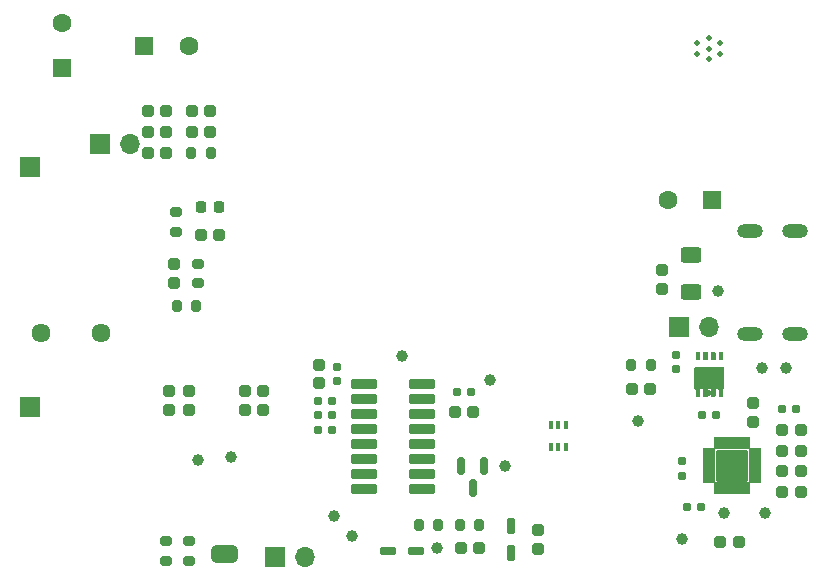
<source format=gbr>
%TF.GenerationSoftware,KiCad,Pcbnew,9.0.5*%
%TF.CreationDate,2025-10-24T12:46:41+03:00*%
%TF.ProjectId,40W SMPS,34305720-534d-4505-932e-6b696361645f,rev?*%
%TF.SameCoordinates,Original*%
%TF.FileFunction,Soldermask,Bot*%
%TF.FilePolarity,Negative*%
%FSLAX46Y46*%
G04 Gerber Fmt 4.6, Leading zero omitted, Abs format (unit mm)*
G04 Created by KiCad (PCBNEW 9.0.5) date 2025-10-24 12:46:41*
%MOMM*%
%LPD*%
G01*
G04 APERTURE LIST*
G04 Aperture macros list*
%AMRoundRect*
0 Rectangle with rounded corners*
0 $1 Rounding radius*
0 $2 $3 $4 $5 $6 $7 $8 $9 X,Y pos of 4 corners*
0 Add a 4 corners polygon primitive as box body*
4,1,4,$2,$3,$4,$5,$6,$7,$8,$9,$2,$3,0*
0 Add four circle primitives for the rounded corners*
1,1,$1+$1,$2,$3*
1,1,$1+$1,$4,$5*
1,1,$1+$1,$6,$7*
1,1,$1+$1,$8,$9*
0 Add four rect primitives between the rounded corners*
20,1,$1+$1,$2,$3,$4,$5,0*
20,1,$1+$1,$4,$5,$6,$7,0*
20,1,$1+$1,$6,$7,$8,$9,0*
20,1,$1+$1,$8,$9,$2,$3,0*%
%AMFreePoly0*
4,1,23,0.500000,-0.750000,0.000000,-0.750000,0.000000,-0.745722,-0.065263,-0.745722,-0.191342,-0.711940,-0.304381,-0.646677,-0.396677,-0.554381,-0.461940,-0.441342,-0.495722,-0.315263,-0.495722,-0.250000,-0.500000,-0.250000,-0.500000,0.250000,-0.495722,0.250000,-0.495722,0.315263,-0.461940,0.441342,-0.396677,0.554381,-0.304381,0.646677,-0.191342,0.711940,-0.065263,0.745722,0.000000,0.745722,
0.000000,0.750000,0.500000,0.750000,0.500000,-0.750000,0.500000,-0.750000,$1*%
%AMFreePoly1*
4,1,23,0.000000,0.745722,0.065263,0.745722,0.191342,0.711940,0.304381,0.646677,0.396677,0.554381,0.461940,0.441342,0.495722,0.315263,0.495722,0.250000,0.500000,0.250000,0.500000,-0.250000,0.495722,-0.250000,0.495722,-0.315263,0.461940,-0.441342,0.396677,-0.554381,0.304381,-0.646677,0.191342,-0.711940,0.065263,-0.745722,0.000000,-0.745722,0.000000,-0.750000,-0.500000,-0.750000,
-0.500000,0.750000,0.000000,0.750000,0.000000,0.745722,0.000000,0.745722,$1*%
G04 Aperture macros list end*
%ADD10C,0.010000*%
%ADD11C,1.612000*%
%ADD12R,1.700000X1.700000*%
%ADD13O,1.700000X1.700000*%
%ADD14R,1.600000X1.600000*%
%ADD15C,1.600000*%
%ADD16O,2.204000X1.204000*%
%ADD17C,0.504000*%
%ADD18RoundRect,0.244000X-0.244000X-0.269000X0.244000X-0.269000X0.244000X0.269000X-0.244000X0.269000X0*%
%ADD19FreePoly0,0.000000*%
%ADD20FreePoly1,0.000000*%
%ADD21C,1.000000*%
%ADD22RoundRect,0.244000X0.244000X0.269000X-0.244000X0.269000X-0.244000X-0.269000X0.244000X-0.269000X0*%
%ADD23RoundRect,0.244000X-0.269000X0.244000X-0.269000X-0.244000X0.269000X-0.244000X0.269000X0.244000X0*%
%ADD24RoundRect,0.200000X0.200000X0.275000X-0.200000X0.275000X-0.200000X-0.275000X0.200000X-0.275000X0*%
%ADD25RoundRect,0.160000X-0.160000X0.197500X-0.160000X-0.197500X0.160000X-0.197500X0.160000X0.197500X0*%
%ADD26RoundRect,0.200000X0.275000X-0.200000X0.275000X0.200000X-0.275000X0.200000X-0.275000X-0.200000X0*%
%ADD27RoundRect,0.200000X-0.200000X-0.275000X0.200000X-0.275000X0.200000X0.275000X-0.200000X0.275000X0*%
%ADD28RoundRect,0.250000X0.625000X-0.400000X0.625000X0.400000X-0.625000X0.400000X-0.625000X-0.400000X0*%
%ADD29RoundRect,0.102000X-0.250000X0.537500X-0.250000X-0.537500X0.250000X-0.537500X0.250000X0.537500X0*%
%ADD30RoundRect,0.059250X0.472750X0.177750X-0.472750X0.177750X-0.472750X-0.177750X0.472750X-0.177750X0*%
%ADD31RoundRect,0.059250X0.177750X0.472750X-0.177750X0.472750X-0.177750X-0.472750X0.177750X-0.472750X0*%
%ADD32RoundRect,0.102000X1.225000X1.225000X-1.225000X1.225000X-1.225000X-1.225000X1.225000X-1.225000X0*%
%ADD33RoundRect,0.160000X0.160000X-0.197500X0.160000X0.197500X-0.160000X0.197500X-0.160000X-0.197500X0*%
%ADD34RoundRect,0.160000X-0.197500X-0.160000X0.197500X-0.160000X0.197500X0.160000X-0.197500X0.160000X0*%
%ADD35RoundRect,0.100500X0.986500X0.301500X-0.986500X0.301500X-0.986500X-0.301500X0.986500X-0.301500X0*%
%ADD36RoundRect,0.244000X0.269000X-0.244000X0.269000X0.244000X-0.269000X0.244000X-0.269000X-0.244000X0*%
%ADD37RoundRect,0.102000X0.537500X0.250000X-0.537500X0.250000X-0.537500X-0.250000X0.537500X-0.250000X0*%
%ADD38RoundRect,0.218750X-0.218750X-0.256250X0.218750X-0.256250X0.218750X0.256250X-0.218750X0.256250X0*%
%ADD39RoundRect,0.160000X0.197500X0.160000X-0.197500X0.160000X-0.197500X-0.160000X0.197500X-0.160000X0*%
%ADD40RoundRect,0.200000X-0.275000X0.200000X-0.275000X-0.200000X0.275000X-0.200000X0.275000X0.200000X0*%
%ADD41RoundRect,0.100000X-0.100000X0.225000X-0.100000X-0.225000X0.100000X-0.225000X0.100000X0.225000X0*%
%ADD42RoundRect,0.150000X-0.150000X0.587500X-0.150000X-0.587500X0.150000X-0.587500X0.150000X0.587500X0*%
G04 APERTURE END LIST*
%TO.C,JP1*%
G36*
X188100000Y-89500000D02*
G01*
X188400000Y-89500000D01*
X188400000Y-88000000D01*
X188100000Y-88000000D01*
X188100000Y-89500000D01*
G37*
D10*
%TO.C,Q4*%
X228383000Y-71651000D02*
X228385000Y-71651000D01*
X228388000Y-71652000D01*
X228390000Y-71652000D01*
X228393000Y-71653000D01*
X228395000Y-71654000D01*
X228398000Y-71655000D01*
X228400000Y-71657000D01*
X228402000Y-71658000D01*
X228404000Y-71660000D01*
X228406000Y-71661000D01*
X228408000Y-71663000D01*
X228410000Y-71665000D01*
X228412000Y-71667000D01*
X228414000Y-71669000D01*
X228415000Y-71671000D01*
X228417000Y-71673000D01*
X228418000Y-71675000D01*
X228420000Y-71677000D01*
X228421000Y-71680000D01*
X228422000Y-71682000D01*
X228423000Y-71685000D01*
X228423000Y-71687000D01*
X228424000Y-71690000D01*
X228424000Y-71692000D01*
X228425000Y-71695000D01*
X228425000Y-71697000D01*
X228425000Y-71700000D01*
X228425000Y-72200000D01*
X228425000Y-72203000D01*
X228425000Y-72205000D01*
X228424000Y-72208000D01*
X228424000Y-72210000D01*
X228423000Y-72213000D01*
X228423000Y-72215000D01*
X228422000Y-72218000D01*
X228421000Y-72220000D01*
X228420000Y-72223000D01*
X228418000Y-72225000D01*
X228417000Y-72227000D01*
X228415000Y-72229000D01*
X228414000Y-72231000D01*
X228412000Y-72233000D01*
X228410000Y-72235000D01*
X228408000Y-72237000D01*
X228406000Y-72239000D01*
X228404000Y-72240000D01*
X228402000Y-72242000D01*
X228400000Y-72243000D01*
X228398000Y-72245000D01*
X228395000Y-72246000D01*
X228393000Y-72247000D01*
X228390000Y-72248000D01*
X228388000Y-72248000D01*
X228385000Y-72249000D01*
X228383000Y-72249000D01*
X228380000Y-72250000D01*
X228378000Y-72250000D01*
X228375000Y-72250000D01*
X228175000Y-72250000D01*
X228172000Y-72250000D01*
X228170000Y-72250000D01*
X228167000Y-72249000D01*
X228165000Y-72249000D01*
X228162000Y-72248000D01*
X228160000Y-72248000D01*
X228157000Y-72247000D01*
X228155000Y-72246000D01*
X228152000Y-72245000D01*
X228150000Y-72243000D01*
X228148000Y-72242000D01*
X228146000Y-72240000D01*
X228144000Y-72239000D01*
X228142000Y-72237000D01*
X228140000Y-72235000D01*
X228138000Y-72233000D01*
X228136000Y-72231000D01*
X228135000Y-72229000D01*
X228133000Y-72227000D01*
X228132000Y-72225000D01*
X228130000Y-72223000D01*
X228129000Y-72220000D01*
X228128000Y-72218000D01*
X228127000Y-72215000D01*
X228127000Y-72213000D01*
X228126000Y-72210000D01*
X228126000Y-72208000D01*
X228125000Y-72205000D01*
X228125000Y-72203000D01*
X228125000Y-72200000D01*
X228125000Y-71700000D01*
X228125000Y-71697000D01*
X228125000Y-71695000D01*
X228126000Y-71692000D01*
X228126000Y-71690000D01*
X228127000Y-71687000D01*
X228127000Y-71685000D01*
X228128000Y-71682000D01*
X228129000Y-71680000D01*
X228130000Y-71677000D01*
X228132000Y-71675000D01*
X228133000Y-71673000D01*
X228135000Y-71671000D01*
X228136000Y-71669000D01*
X228138000Y-71667000D01*
X228140000Y-71665000D01*
X228142000Y-71663000D01*
X228144000Y-71661000D01*
X228146000Y-71660000D01*
X228148000Y-71658000D01*
X228150000Y-71657000D01*
X228152000Y-71655000D01*
X228155000Y-71654000D01*
X228157000Y-71653000D01*
X228160000Y-71652000D01*
X228162000Y-71652000D01*
X228165000Y-71651000D01*
X228167000Y-71651000D01*
X228170000Y-71650000D01*
X228172000Y-71650000D01*
X228175000Y-71650000D01*
X228375000Y-71650000D01*
X228378000Y-71650000D01*
X228380000Y-71650000D01*
X228383000Y-71651000D01*
G36*
X228383000Y-71651000D02*
G01*
X228385000Y-71651000D01*
X228388000Y-71652000D01*
X228390000Y-71652000D01*
X228393000Y-71653000D01*
X228395000Y-71654000D01*
X228398000Y-71655000D01*
X228400000Y-71657000D01*
X228402000Y-71658000D01*
X228404000Y-71660000D01*
X228406000Y-71661000D01*
X228408000Y-71663000D01*
X228410000Y-71665000D01*
X228412000Y-71667000D01*
X228414000Y-71669000D01*
X228415000Y-71671000D01*
X228417000Y-71673000D01*
X228418000Y-71675000D01*
X228420000Y-71677000D01*
X228421000Y-71680000D01*
X228422000Y-71682000D01*
X228423000Y-71685000D01*
X228423000Y-71687000D01*
X228424000Y-71690000D01*
X228424000Y-71692000D01*
X228425000Y-71695000D01*
X228425000Y-71697000D01*
X228425000Y-71700000D01*
X228425000Y-72200000D01*
X228425000Y-72203000D01*
X228425000Y-72205000D01*
X228424000Y-72208000D01*
X228424000Y-72210000D01*
X228423000Y-72213000D01*
X228423000Y-72215000D01*
X228422000Y-72218000D01*
X228421000Y-72220000D01*
X228420000Y-72223000D01*
X228418000Y-72225000D01*
X228417000Y-72227000D01*
X228415000Y-72229000D01*
X228414000Y-72231000D01*
X228412000Y-72233000D01*
X228410000Y-72235000D01*
X228408000Y-72237000D01*
X228406000Y-72239000D01*
X228404000Y-72240000D01*
X228402000Y-72242000D01*
X228400000Y-72243000D01*
X228398000Y-72245000D01*
X228395000Y-72246000D01*
X228393000Y-72247000D01*
X228390000Y-72248000D01*
X228388000Y-72248000D01*
X228385000Y-72249000D01*
X228383000Y-72249000D01*
X228380000Y-72250000D01*
X228378000Y-72250000D01*
X228375000Y-72250000D01*
X228175000Y-72250000D01*
X228172000Y-72250000D01*
X228170000Y-72250000D01*
X228167000Y-72249000D01*
X228165000Y-72249000D01*
X228162000Y-72248000D01*
X228160000Y-72248000D01*
X228157000Y-72247000D01*
X228155000Y-72246000D01*
X228152000Y-72245000D01*
X228150000Y-72243000D01*
X228148000Y-72242000D01*
X228146000Y-72240000D01*
X228144000Y-72239000D01*
X228142000Y-72237000D01*
X228140000Y-72235000D01*
X228138000Y-72233000D01*
X228136000Y-72231000D01*
X228135000Y-72229000D01*
X228133000Y-72227000D01*
X228132000Y-72225000D01*
X228130000Y-72223000D01*
X228129000Y-72220000D01*
X228128000Y-72218000D01*
X228127000Y-72215000D01*
X228127000Y-72213000D01*
X228126000Y-72210000D01*
X228126000Y-72208000D01*
X228125000Y-72205000D01*
X228125000Y-72203000D01*
X228125000Y-72200000D01*
X228125000Y-71700000D01*
X228125000Y-71697000D01*
X228125000Y-71695000D01*
X228126000Y-71692000D01*
X228126000Y-71690000D01*
X228127000Y-71687000D01*
X228127000Y-71685000D01*
X228128000Y-71682000D01*
X228129000Y-71680000D01*
X228130000Y-71677000D01*
X228132000Y-71675000D01*
X228133000Y-71673000D01*
X228135000Y-71671000D01*
X228136000Y-71669000D01*
X228138000Y-71667000D01*
X228140000Y-71665000D01*
X228142000Y-71663000D01*
X228144000Y-71661000D01*
X228146000Y-71660000D01*
X228148000Y-71658000D01*
X228150000Y-71657000D01*
X228152000Y-71655000D01*
X228155000Y-71654000D01*
X228157000Y-71653000D01*
X228160000Y-71652000D01*
X228162000Y-71652000D01*
X228165000Y-71651000D01*
X228167000Y-71651000D01*
X228170000Y-71650000D01*
X228172000Y-71650000D01*
X228175000Y-71650000D01*
X228375000Y-71650000D01*
X228378000Y-71650000D01*
X228380000Y-71650000D01*
X228383000Y-71651000D01*
G37*
X229033000Y-71651000D02*
X229035000Y-71651000D01*
X229038000Y-71652000D01*
X229040000Y-71652000D01*
X229043000Y-71653000D01*
X229045000Y-71654000D01*
X229048000Y-71655000D01*
X229050000Y-71657000D01*
X229052000Y-71658000D01*
X229054000Y-71660000D01*
X229056000Y-71661000D01*
X229058000Y-71663000D01*
X229060000Y-71665000D01*
X229062000Y-71667000D01*
X229064000Y-71669000D01*
X229065000Y-71671000D01*
X229067000Y-71673000D01*
X229068000Y-71675000D01*
X229070000Y-71677000D01*
X229071000Y-71680000D01*
X229072000Y-71682000D01*
X229073000Y-71685000D01*
X229073000Y-71687000D01*
X229074000Y-71690000D01*
X229074000Y-71692000D01*
X229075000Y-71695000D01*
X229075000Y-71697000D01*
X229075000Y-71700000D01*
X229075000Y-72200000D01*
X229075000Y-72203000D01*
X229075000Y-72205000D01*
X229074000Y-72208000D01*
X229074000Y-72210000D01*
X229073000Y-72213000D01*
X229073000Y-72215000D01*
X229072000Y-72218000D01*
X229071000Y-72220000D01*
X229070000Y-72223000D01*
X229068000Y-72225000D01*
X229067000Y-72227000D01*
X229065000Y-72229000D01*
X229064000Y-72231000D01*
X229062000Y-72233000D01*
X229060000Y-72235000D01*
X229058000Y-72237000D01*
X229056000Y-72239000D01*
X229054000Y-72240000D01*
X229052000Y-72242000D01*
X229050000Y-72243000D01*
X229048000Y-72245000D01*
X229045000Y-72246000D01*
X229043000Y-72247000D01*
X229040000Y-72248000D01*
X229038000Y-72248000D01*
X229035000Y-72249000D01*
X229033000Y-72249000D01*
X229030000Y-72250000D01*
X229028000Y-72250000D01*
X229025000Y-72250000D01*
X228825000Y-72250000D01*
X228822000Y-72250000D01*
X228820000Y-72250000D01*
X228817000Y-72249000D01*
X228815000Y-72249000D01*
X228812000Y-72248000D01*
X228810000Y-72248000D01*
X228807000Y-72247000D01*
X228805000Y-72246000D01*
X228802000Y-72245000D01*
X228800000Y-72243000D01*
X228798000Y-72242000D01*
X228796000Y-72240000D01*
X228794000Y-72239000D01*
X228792000Y-72237000D01*
X228790000Y-72235000D01*
X228788000Y-72233000D01*
X228786000Y-72231000D01*
X228785000Y-72229000D01*
X228783000Y-72227000D01*
X228782000Y-72225000D01*
X228780000Y-72223000D01*
X228779000Y-72220000D01*
X228778000Y-72218000D01*
X228777000Y-72215000D01*
X228777000Y-72213000D01*
X228776000Y-72210000D01*
X228776000Y-72208000D01*
X228775000Y-72205000D01*
X228775000Y-72203000D01*
X228775000Y-72200000D01*
X228775000Y-71700000D01*
X228775000Y-71697000D01*
X228775000Y-71695000D01*
X228776000Y-71692000D01*
X228776000Y-71690000D01*
X228777000Y-71687000D01*
X228777000Y-71685000D01*
X228778000Y-71682000D01*
X228779000Y-71680000D01*
X228780000Y-71677000D01*
X228782000Y-71675000D01*
X228783000Y-71673000D01*
X228785000Y-71671000D01*
X228786000Y-71669000D01*
X228788000Y-71667000D01*
X228790000Y-71665000D01*
X228792000Y-71663000D01*
X228794000Y-71661000D01*
X228796000Y-71660000D01*
X228798000Y-71658000D01*
X228800000Y-71657000D01*
X228802000Y-71655000D01*
X228805000Y-71654000D01*
X228807000Y-71653000D01*
X228810000Y-71652000D01*
X228812000Y-71652000D01*
X228815000Y-71651000D01*
X228817000Y-71651000D01*
X228820000Y-71650000D01*
X228822000Y-71650000D01*
X228825000Y-71650000D01*
X229025000Y-71650000D01*
X229028000Y-71650000D01*
X229030000Y-71650000D01*
X229033000Y-71651000D01*
G36*
X229033000Y-71651000D02*
G01*
X229035000Y-71651000D01*
X229038000Y-71652000D01*
X229040000Y-71652000D01*
X229043000Y-71653000D01*
X229045000Y-71654000D01*
X229048000Y-71655000D01*
X229050000Y-71657000D01*
X229052000Y-71658000D01*
X229054000Y-71660000D01*
X229056000Y-71661000D01*
X229058000Y-71663000D01*
X229060000Y-71665000D01*
X229062000Y-71667000D01*
X229064000Y-71669000D01*
X229065000Y-71671000D01*
X229067000Y-71673000D01*
X229068000Y-71675000D01*
X229070000Y-71677000D01*
X229071000Y-71680000D01*
X229072000Y-71682000D01*
X229073000Y-71685000D01*
X229073000Y-71687000D01*
X229074000Y-71690000D01*
X229074000Y-71692000D01*
X229075000Y-71695000D01*
X229075000Y-71697000D01*
X229075000Y-71700000D01*
X229075000Y-72200000D01*
X229075000Y-72203000D01*
X229075000Y-72205000D01*
X229074000Y-72208000D01*
X229074000Y-72210000D01*
X229073000Y-72213000D01*
X229073000Y-72215000D01*
X229072000Y-72218000D01*
X229071000Y-72220000D01*
X229070000Y-72223000D01*
X229068000Y-72225000D01*
X229067000Y-72227000D01*
X229065000Y-72229000D01*
X229064000Y-72231000D01*
X229062000Y-72233000D01*
X229060000Y-72235000D01*
X229058000Y-72237000D01*
X229056000Y-72239000D01*
X229054000Y-72240000D01*
X229052000Y-72242000D01*
X229050000Y-72243000D01*
X229048000Y-72245000D01*
X229045000Y-72246000D01*
X229043000Y-72247000D01*
X229040000Y-72248000D01*
X229038000Y-72248000D01*
X229035000Y-72249000D01*
X229033000Y-72249000D01*
X229030000Y-72250000D01*
X229028000Y-72250000D01*
X229025000Y-72250000D01*
X228825000Y-72250000D01*
X228822000Y-72250000D01*
X228820000Y-72250000D01*
X228817000Y-72249000D01*
X228815000Y-72249000D01*
X228812000Y-72248000D01*
X228810000Y-72248000D01*
X228807000Y-72247000D01*
X228805000Y-72246000D01*
X228802000Y-72245000D01*
X228800000Y-72243000D01*
X228798000Y-72242000D01*
X228796000Y-72240000D01*
X228794000Y-72239000D01*
X228792000Y-72237000D01*
X228790000Y-72235000D01*
X228788000Y-72233000D01*
X228786000Y-72231000D01*
X228785000Y-72229000D01*
X228783000Y-72227000D01*
X228782000Y-72225000D01*
X228780000Y-72223000D01*
X228779000Y-72220000D01*
X228778000Y-72218000D01*
X228777000Y-72215000D01*
X228777000Y-72213000D01*
X228776000Y-72210000D01*
X228776000Y-72208000D01*
X228775000Y-72205000D01*
X228775000Y-72203000D01*
X228775000Y-72200000D01*
X228775000Y-71700000D01*
X228775000Y-71697000D01*
X228775000Y-71695000D01*
X228776000Y-71692000D01*
X228776000Y-71690000D01*
X228777000Y-71687000D01*
X228777000Y-71685000D01*
X228778000Y-71682000D01*
X228779000Y-71680000D01*
X228780000Y-71677000D01*
X228782000Y-71675000D01*
X228783000Y-71673000D01*
X228785000Y-71671000D01*
X228786000Y-71669000D01*
X228788000Y-71667000D01*
X228790000Y-71665000D01*
X228792000Y-71663000D01*
X228794000Y-71661000D01*
X228796000Y-71660000D01*
X228798000Y-71658000D01*
X228800000Y-71657000D01*
X228802000Y-71655000D01*
X228805000Y-71654000D01*
X228807000Y-71653000D01*
X228810000Y-71652000D01*
X228812000Y-71652000D01*
X228815000Y-71651000D01*
X228817000Y-71651000D01*
X228820000Y-71650000D01*
X228822000Y-71650000D01*
X228825000Y-71650000D01*
X229025000Y-71650000D01*
X229028000Y-71650000D01*
X229030000Y-71650000D01*
X229033000Y-71651000D01*
G37*
X229683000Y-71651000D02*
X229685000Y-71651000D01*
X229688000Y-71652000D01*
X229690000Y-71652000D01*
X229693000Y-71653000D01*
X229695000Y-71654000D01*
X229698000Y-71655000D01*
X229700000Y-71657000D01*
X229702000Y-71658000D01*
X229704000Y-71660000D01*
X229706000Y-71661000D01*
X229708000Y-71663000D01*
X229710000Y-71665000D01*
X229712000Y-71667000D01*
X229714000Y-71669000D01*
X229715000Y-71671000D01*
X229717000Y-71673000D01*
X229718000Y-71675000D01*
X229720000Y-71677000D01*
X229721000Y-71680000D01*
X229722000Y-71682000D01*
X229723000Y-71685000D01*
X229723000Y-71687000D01*
X229724000Y-71690000D01*
X229724000Y-71692000D01*
X229725000Y-71695000D01*
X229725000Y-71697000D01*
X229725000Y-71700000D01*
X229725000Y-72200000D01*
X229725000Y-72203000D01*
X229725000Y-72205000D01*
X229724000Y-72208000D01*
X229724000Y-72210000D01*
X229723000Y-72213000D01*
X229723000Y-72215000D01*
X229722000Y-72218000D01*
X229721000Y-72220000D01*
X229720000Y-72223000D01*
X229718000Y-72225000D01*
X229717000Y-72227000D01*
X229715000Y-72229000D01*
X229714000Y-72231000D01*
X229712000Y-72233000D01*
X229710000Y-72235000D01*
X229708000Y-72237000D01*
X229706000Y-72239000D01*
X229704000Y-72240000D01*
X229702000Y-72242000D01*
X229700000Y-72243000D01*
X229698000Y-72245000D01*
X229695000Y-72246000D01*
X229693000Y-72247000D01*
X229690000Y-72248000D01*
X229688000Y-72248000D01*
X229685000Y-72249000D01*
X229683000Y-72249000D01*
X229680000Y-72250000D01*
X229678000Y-72250000D01*
X229675000Y-72250000D01*
X229475000Y-72250000D01*
X229472000Y-72250000D01*
X229470000Y-72250000D01*
X229467000Y-72249000D01*
X229465000Y-72249000D01*
X229462000Y-72248000D01*
X229460000Y-72248000D01*
X229457000Y-72247000D01*
X229455000Y-72246000D01*
X229452000Y-72245000D01*
X229450000Y-72243000D01*
X229448000Y-72242000D01*
X229446000Y-72240000D01*
X229444000Y-72239000D01*
X229442000Y-72237000D01*
X229440000Y-72235000D01*
X229438000Y-72233000D01*
X229436000Y-72231000D01*
X229435000Y-72229000D01*
X229433000Y-72227000D01*
X229432000Y-72225000D01*
X229430000Y-72223000D01*
X229429000Y-72220000D01*
X229428000Y-72218000D01*
X229427000Y-72215000D01*
X229427000Y-72213000D01*
X229426000Y-72210000D01*
X229426000Y-72208000D01*
X229425000Y-72205000D01*
X229425000Y-72203000D01*
X229425000Y-72200000D01*
X229425000Y-71700000D01*
X229425000Y-71697000D01*
X229425000Y-71695000D01*
X229426000Y-71692000D01*
X229426000Y-71690000D01*
X229427000Y-71687000D01*
X229427000Y-71685000D01*
X229428000Y-71682000D01*
X229429000Y-71680000D01*
X229430000Y-71677000D01*
X229432000Y-71675000D01*
X229433000Y-71673000D01*
X229435000Y-71671000D01*
X229436000Y-71669000D01*
X229438000Y-71667000D01*
X229440000Y-71665000D01*
X229442000Y-71663000D01*
X229444000Y-71661000D01*
X229446000Y-71660000D01*
X229448000Y-71658000D01*
X229450000Y-71657000D01*
X229452000Y-71655000D01*
X229455000Y-71654000D01*
X229457000Y-71653000D01*
X229460000Y-71652000D01*
X229462000Y-71652000D01*
X229465000Y-71651000D01*
X229467000Y-71651000D01*
X229470000Y-71650000D01*
X229472000Y-71650000D01*
X229475000Y-71650000D01*
X229675000Y-71650000D01*
X229678000Y-71650000D01*
X229680000Y-71650000D01*
X229683000Y-71651000D01*
G36*
X229683000Y-71651000D02*
G01*
X229685000Y-71651000D01*
X229688000Y-71652000D01*
X229690000Y-71652000D01*
X229693000Y-71653000D01*
X229695000Y-71654000D01*
X229698000Y-71655000D01*
X229700000Y-71657000D01*
X229702000Y-71658000D01*
X229704000Y-71660000D01*
X229706000Y-71661000D01*
X229708000Y-71663000D01*
X229710000Y-71665000D01*
X229712000Y-71667000D01*
X229714000Y-71669000D01*
X229715000Y-71671000D01*
X229717000Y-71673000D01*
X229718000Y-71675000D01*
X229720000Y-71677000D01*
X229721000Y-71680000D01*
X229722000Y-71682000D01*
X229723000Y-71685000D01*
X229723000Y-71687000D01*
X229724000Y-71690000D01*
X229724000Y-71692000D01*
X229725000Y-71695000D01*
X229725000Y-71697000D01*
X229725000Y-71700000D01*
X229725000Y-72200000D01*
X229725000Y-72203000D01*
X229725000Y-72205000D01*
X229724000Y-72208000D01*
X229724000Y-72210000D01*
X229723000Y-72213000D01*
X229723000Y-72215000D01*
X229722000Y-72218000D01*
X229721000Y-72220000D01*
X229720000Y-72223000D01*
X229718000Y-72225000D01*
X229717000Y-72227000D01*
X229715000Y-72229000D01*
X229714000Y-72231000D01*
X229712000Y-72233000D01*
X229710000Y-72235000D01*
X229708000Y-72237000D01*
X229706000Y-72239000D01*
X229704000Y-72240000D01*
X229702000Y-72242000D01*
X229700000Y-72243000D01*
X229698000Y-72245000D01*
X229695000Y-72246000D01*
X229693000Y-72247000D01*
X229690000Y-72248000D01*
X229688000Y-72248000D01*
X229685000Y-72249000D01*
X229683000Y-72249000D01*
X229680000Y-72250000D01*
X229678000Y-72250000D01*
X229675000Y-72250000D01*
X229475000Y-72250000D01*
X229472000Y-72250000D01*
X229470000Y-72250000D01*
X229467000Y-72249000D01*
X229465000Y-72249000D01*
X229462000Y-72248000D01*
X229460000Y-72248000D01*
X229457000Y-72247000D01*
X229455000Y-72246000D01*
X229452000Y-72245000D01*
X229450000Y-72243000D01*
X229448000Y-72242000D01*
X229446000Y-72240000D01*
X229444000Y-72239000D01*
X229442000Y-72237000D01*
X229440000Y-72235000D01*
X229438000Y-72233000D01*
X229436000Y-72231000D01*
X229435000Y-72229000D01*
X229433000Y-72227000D01*
X229432000Y-72225000D01*
X229430000Y-72223000D01*
X229429000Y-72220000D01*
X229428000Y-72218000D01*
X229427000Y-72215000D01*
X229427000Y-72213000D01*
X229426000Y-72210000D01*
X229426000Y-72208000D01*
X229425000Y-72205000D01*
X229425000Y-72203000D01*
X229425000Y-72200000D01*
X229425000Y-71700000D01*
X229425000Y-71697000D01*
X229425000Y-71695000D01*
X229426000Y-71692000D01*
X229426000Y-71690000D01*
X229427000Y-71687000D01*
X229427000Y-71685000D01*
X229428000Y-71682000D01*
X229429000Y-71680000D01*
X229430000Y-71677000D01*
X229432000Y-71675000D01*
X229433000Y-71673000D01*
X229435000Y-71671000D01*
X229436000Y-71669000D01*
X229438000Y-71667000D01*
X229440000Y-71665000D01*
X229442000Y-71663000D01*
X229444000Y-71661000D01*
X229446000Y-71660000D01*
X229448000Y-71658000D01*
X229450000Y-71657000D01*
X229452000Y-71655000D01*
X229455000Y-71654000D01*
X229457000Y-71653000D01*
X229460000Y-71652000D01*
X229462000Y-71652000D01*
X229465000Y-71651000D01*
X229467000Y-71651000D01*
X229470000Y-71650000D01*
X229472000Y-71650000D01*
X229475000Y-71650000D01*
X229675000Y-71650000D01*
X229678000Y-71650000D01*
X229680000Y-71650000D01*
X229683000Y-71651000D01*
G37*
X230333000Y-71651000D02*
X230335000Y-71651000D01*
X230338000Y-71652000D01*
X230340000Y-71652000D01*
X230343000Y-71653000D01*
X230345000Y-71654000D01*
X230348000Y-71655000D01*
X230350000Y-71657000D01*
X230352000Y-71658000D01*
X230354000Y-71660000D01*
X230356000Y-71661000D01*
X230358000Y-71663000D01*
X230360000Y-71665000D01*
X230362000Y-71667000D01*
X230364000Y-71669000D01*
X230365000Y-71671000D01*
X230367000Y-71673000D01*
X230368000Y-71675000D01*
X230370000Y-71677000D01*
X230371000Y-71680000D01*
X230372000Y-71682000D01*
X230373000Y-71685000D01*
X230373000Y-71687000D01*
X230374000Y-71690000D01*
X230374000Y-71692000D01*
X230375000Y-71695000D01*
X230375000Y-71697000D01*
X230375000Y-71700000D01*
X230375000Y-72200000D01*
X230375000Y-72203000D01*
X230375000Y-72205000D01*
X230374000Y-72208000D01*
X230374000Y-72210000D01*
X230373000Y-72213000D01*
X230373000Y-72215000D01*
X230372000Y-72218000D01*
X230371000Y-72220000D01*
X230370000Y-72223000D01*
X230368000Y-72225000D01*
X230367000Y-72227000D01*
X230365000Y-72229000D01*
X230364000Y-72231000D01*
X230362000Y-72233000D01*
X230360000Y-72235000D01*
X230358000Y-72237000D01*
X230356000Y-72239000D01*
X230354000Y-72240000D01*
X230352000Y-72242000D01*
X230350000Y-72243000D01*
X230348000Y-72245000D01*
X230345000Y-72246000D01*
X230343000Y-72247000D01*
X230340000Y-72248000D01*
X230338000Y-72248000D01*
X230335000Y-72249000D01*
X230333000Y-72249000D01*
X230330000Y-72250000D01*
X230328000Y-72250000D01*
X230325000Y-72250000D01*
X230125000Y-72250000D01*
X230122000Y-72250000D01*
X230120000Y-72250000D01*
X230117000Y-72249000D01*
X230115000Y-72249000D01*
X230112000Y-72248000D01*
X230110000Y-72248000D01*
X230107000Y-72247000D01*
X230105000Y-72246000D01*
X230102000Y-72245000D01*
X230100000Y-72243000D01*
X230098000Y-72242000D01*
X230096000Y-72240000D01*
X230094000Y-72239000D01*
X230092000Y-72237000D01*
X230090000Y-72235000D01*
X230088000Y-72233000D01*
X230086000Y-72231000D01*
X230085000Y-72229000D01*
X230083000Y-72227000D01*
X230082000Y-72225000D01*
X230080000Y-72223000D01*
X230079000Y-72220000D01*
X230078000Y-72218000D01*
X230077000Y-72215000D01*
X230077000Y-72213000D01*
X230076000Y-72210000D01*
X230076000Y-72208000D01*
X230075000Y-72205000D01*
X230075000Y-72203000D01*
X230075000Y-72200000D01*
X230075000Y-71700000D01*
X230075000Y-71697000D01*
X230075000Y-71695000D01*
X230076000Y-71692000D01*
X230076000Y-71690000D01*
X230077000Y-71687000D01*
X230077000Y-71685000D01*
X230078000Y-71682000D01*
X230079000Y-71680000D01*
X230080000Y-71677000D01*
X230082000Y-71675000D01*
X230083000Y-71673000D01*
X230085000Y-71671000D01*
X230086000Y-71669000D01*
X230088000Y-71667000D01*
X230090000Y-71665000D01*
X230092000Y-71663000D01*
X230094000Y-71661000D01*
X230096000Y-71660000D01*
X230098000Y-71658000D01*
X230100000Y-71657000D01*
X230102000Y-71655000D01*
X230105000Y-71654000D01*
X230107000Y-71653000D01*
X230110000Y-71652000D01*
X230112000Y-71652000D01*
X230115000Y-71651000D01*
X230117000Y-71651000D01*
X230120000Y-71650000D01*
X230122000Y-71650000D01*
X230125000Y-71650000D01*
X230325000Y-71650000D01*
X230328000Y-71650000D01*
X230330000Y-71650000D01*
X230333000Y-71651000D01*
G36*
X230333000Y-71651000D02*
G01*
X230335000Y-71651000D01*
X230338000Y-71652000D01*
X230340000Y-71652000D01*
X230343000Y-71653000D01*
X230345000Y-71654000D01*
X230348000Y-71655000D01*
X230350000Y-71657000D01*
X230352000Y-71658000D01*
X230354000Y-71660000D01*
X230356000Y-71661000D01*
X230358000Y-71663000D01*
X230360000Y-71665000D01*
X230362000Y-71667000D01*
X230364000Y-71669000D01*
X230365000Y-71671000D01*
X230367000Y-71673000D01*
X230368000Y-71675000D01*
X230370000Y-71677000D01*
X230371000Y-71680000D01*
X230372000Y-71682000D01*
X230373000Y-71685000D01*
X230373000Y-71687000D01*
X230374000Y-71690000D01*
X230374000Y-71692000D01*
X230375000Y-71695000D01*
X230375000Y-71697000D01*
X230375000Y-71700000D01*
X230375000Y-72200000D01*
X230375000Y-72203000D01*
X230375000Y-72205000D01*
X230374000Y-72208000D01*
X230374000Y-72210000D01*
X230373000Y-72213000D01*
X230373000Y-72215000D01*
X230372000Y-72218000D01*
X230371000Y-72220000D01*
X230370000Y-72223000D01*
X230368000Y-72225000D01*
X230367000Y-72227000D01*
X230365000Y-72229000D01*
X230364000Y-72231000D01*
X230362000Y-72233000D01*
X230360000Y-72235000D01*
X230358000Y-72237000D01*
X230356000Y-72239000D01*
X230354000Y-72240000D01*
X230352000Y-72242000D01*
X230350000Y-72243000D01*
X230348000Y-72245000D01*
X230345000Y-72246000D01*
X230343000Y-72247000D01*
X230340000Y-72248000D01*
X230338000Y-72248000D01*
X230335000Y-72249000D01*
X230333000Y-72249000D01*
X230330000Y-72250000D01*
X230328000Y-72250000D01*
X230325000Y-72250000D01*
X230125000Y-72250000D01*
X230122000Y-72250000D01*
X230120000Y-72250000D01*
X230117000Y-72249000D01*
X230115000Y-72249000D01*
X230112000Y-72248000D01*
X230110000Y-72248000D01*
X230107000Y-72247000D01*
X230105000Y-72246000D01*
X230102000Y-72245000D01*
X230100000Y-72243000D01*
X230098000Y-72242000D01*
X230096000Y-72240000D01*
X230094000Y-72239000D01*
X230092000Y-72237000D01*
X230090000Y-72235000D01*
X230088000Y-72233000D01*
X230086000Y-72231000D01*
X230085000Y-72229000D01*
X230083000Y-72227000D01*
X230082000Y-72225000D01*
X230080000Y-72223000D01*
X230079000Y-72220000D01*
X230078000Y-72218000D01*
X230077000Y-72215000D01*
X230077000Y-72213000D01*
X230076000Y-72210000D01*
X230076000Y-72208000D01*
X230075000Y-72205000D01*
X230075000Y-72203000D01*
X230075000Y-72200000D01*
X230075000Y-71700000D01*
X230075000Y-71697000D01*
X230075000Y-71695000D01*
X230076000Y-71692000D01*
X230076000Y-71690000D01*
X230077000Y-71687000D01*
X230077000Y-71685000D01*
X230078000Y-71682000D01*
X230079000Y-71680000D01*
X230080000Y-71677000D01*
X230082000Y-71675000D01*
X230083000Y-71673000D01*
X230085000Y-71671000D01*
X230086000Y-71669000D01*
X230088000Y-71667000D01*
X230090000Y-71665000D01*
X230092000Y-71663000D01*
X230094000Y-71661000D01*
X230096000Y-71660000D01*
X230098000Y-71658000D01*
X230100000Y-71657000D01*
X230102000Y-71655000D01*
X230105000Y-71654000D01*
X230107000Y-71653000D01*
X230110000Y-71652000D01*
X230112000Y-71652000D01*
X230115000Y-71651000D01*
X230117000Y-71651000D01*
X230120000Y-71650000D01*
X230122000Y-71650000D01*
X230125000Y-71650000D01*
X230325000Y-71650000D01*
X230328000Y-71650000D01*
X230330000Y-71650000D01*
X230333000Y-71651000D01*
G37*
X230433000Y-72941000D02*
X230435000Y-72941000D01*
X230438000Y-72942000D01*
X230440000Y-72942000D01*
X230443000Y-72943000D01*
X230445000Y-72944000D01*
X230448000Y-72945000D01*
X230450000Y-72947000D01*
X230452000Y-72948000D01*
X230454000Y-72950000D01*
X230456000Y-72951000D01*
X230458000Y-72953000D01*
X230460000Y-72955000D01*
X230462000Y-72957000D01*
X230464000Y-72959000D01*
X230465000Y-72961000D01*
X230467000Y-72963000D01*
X230468000Y-72965000D01*
X230470000Y-72967000D01*
X230471000Y-72970000D01*
X230472000Y-72972000D01*
X230473000Y-72975000D01*
X230473000Y-72977000D01*
X230474000Y-72980000D01*
X230474000Y-72982000D01*
X230475000Y-72985000D01*
X230475000Y-72987000D01*
X230475000Y-72990000D01*
X230475000Y-74665000D01*
X230475000Y-74668000D01*
X230475000Y-74670000D01*
X230474000Y-74673000D01*
X230474000Y-74675000D01*
X230473000Y-74678000D01*
X230473000Y-74680000D01*
X230472000Y-74683000D01*
X230471000Y-74685000D01*
X230470000Y-74688000D01*
X230468000Y-74690000D01*
X230467000Y-74692000D01*
X230465000Y-74694000D01*
X230464000Y-74696000D01*
X230462000Y-74698000D01*
X230460000Y-74700000D01*
X230458000Y-74702000D01*
X230456000Y-74704000D01*
X230454000Y-74705000D01*
X230452000Y-74707000D01*
X230450000Y-74708000D01*
X230448000Y-74710000D01*
X230445000Y-74711000D01*
X230443000Y-74712000D01*
X230440000Y-74713000D01*
X230438000Y-74713000D01*
X230435000Y-74714000D01*
X230433000Y-74714000D01*
X230430000Y-74715000D01*
X230428000Y-74715000D01*
X230425000Y-74715000D01*
X230375000Y-74715000D01*
X230375000Y-75300000D01*
X230375000Y-75303000D01*
X230375000Y-75305000D01*
X230374000Y-75308000D01*
X230374000Y-75310000D01*
X230373000Y-75313000D01*
X230373000Y-75315000D01*
X230372000Y-75318000D01*
X230371000Y-75320000D01*
X230370000Y-75323000D01*
X230368000Y-75325000D01*
X230367000Y-75327000D01*
X230365000Y-75329000D01*
X230364000Y-75331000D01*
X230362000Y-75333000D01*
X230360000Y-75335000D01*
X230358000Y-75337000D01*
X230356000Y-75339000D01*
X230354000Y-75340000D01*
X230352000Y-75342000D01*
X230350000Y-75343000D01*
X230348000Y-75345000D01*
X230345000Y-75346000D01*
X230343000Y-75347000D01*
X230340000Y-75348000D01*
X230338000Y-75348000D01*
X230335000Y-75349000D01*
X230333000Y-75349000D01*
X230330000Y-75350000D01*
X230328000Y-75350000D01*
X230325000Y-75350000D01*
X230125000Y-75350000D01*
X230122000Y-75350000D01*
X230120000Y-75350000D01*
X230117000Y-75349000D01*
X230115000Y-75349000D01*
X230112000Y-75348000D01*
X230110000Y-75348000D01*
X230107000Y-75347000D01*
X230105000Y-75346000D01*
X230102000Y-75345000D01*
X230100000Y-75343000D01*
X230098000Y-75342000D01*
X230096000Y-75340000D01*
X230094000Y-75339000D01*
X230092000Y-75337000D01*
X230090000Y-75335000D01*
X230088000Y-75333000D01*
X230086000Y-75331000D01*
X230085000Y-75329000D01*
X230083000Y-75327000D01*
X230082000Y-75325000D01*
X230080000Y-75323000D01*
X230079000Y-75320000D01*
X230078000Y-75318000D01*
X230077000Y-75315000D01*
X230077000Y-75313000D01*
X230076000Y-75310000D01*
X230076000Y-75308000D01*
X230075000Y-75305000D01*
X230075000Y-75303000D01*
X230075000Y-75300000D01*
X230075000Y-74715000D01*
X229725000Y-74715000D01*
X229725000Y-75300000D01*
X229725000Y-75303000D01*
X229725000Y-75305000D01*
X229724000Y-75308000D01*
X229724000Y-75310000D01*
X229723000Y-75313000D01*
X229723000Y-75315000D01*
X229722000Y-75318000D01*
X229721000Y-75320000D01*
X229720000Y-75323000D01*
X229718000Y-75325000D01*
X229717000Y-75327000D01*
X229715000Y-75329000D01*
X229714000Y-75331000D01*
X229712000Y-75333000D01*
X229710000Y-75335000D01*
X229708000Y-75337000D01*
X229706000Y-75339000D01*
X229704000Y-75340000D01*
X229702000Y-75342000D01*
X229700000Y-75343000D01*
X229698000Y-75345000D01*
X229695000Y-75346000D01*
X229693000Y-75347000D01*
X229690000Y-75348000D01*
X229688000Y-75348000D01*
X229685000Y-75349000D01*
X229683000Y-75349000D01*
X229680000Y-75350000D01*
X229678000Y-75350000D01*
X229675000Y-75350000D01*
X229475000Y-75350000D01*
X229472000Y-75350000D01*
X229470000Y-75350000D01*
X229467000Y-75349000D01*
X229465000Y-75349000D01*
X229462000Y-75348000D01*
X229460000Y-75348000D01*
X229457000Y-75347000D01*
X229455000Y-75346000D01*
X229452000Y-75345000D01*
X229450000Y-75343000D01*
X229448000Y-75342000D01*
X229446000Y-75340000D01*
X229444000Y-75339000D01*
X229442000Y-75337000D01*
X229440000Y-75335000D01*
X229438000Y-75333000D01*
X229436000Y-75331000D01*
X229435000Y-75329000D01*
X229433000Y-75327000D01*
X229432000Y-75325000D01*
X229430000Y-75323000D01*
X229429000Y-75320000D01*
X229428000Y-75318000D01*
X229427000Y-75315000D01*
X229427000Y-75313000D01*
X229426000Y-75310000D01*
X229426000Y-75308000D01*
X229425000Y-75305000D01*
X229425000Y-75303000D01*
X229425000Y-75300000D01*
X229425000Y-74715000D01*
X229075000Y-74715000D01*
X229075000Y-75300000D01*
X229075000Y-75303000D01*
X229075000Y-75305000D01*
X229074000Y-75308000D01*
X229074000Y-75310000D01*
X229073000Y-75313000D01*
X229073000Y-75315000D01*
X229072000Y-75318000D01*
X229071000Y-75320000D01*
X229070000Y-75323000D01*
X229068000Y-75325000D01*
X229067000Y-75327000D01*
X229065000Y-75329000D01*
X229064000Y-75331000D01*
X229062000Y-75333000D01*
X229060000Y-75335000D01*
X229058000Y-75337000D01*
X229056000Y-75339000D01*
X229054000Y-75340000D01*
X229052000Y-75342000D01*
X229050000Y-75343000D01*
X229048000Y-75345000D01*
X229045000Y-75346000D01*
X229043000Y-75347000D01*
X229040000Y-75348000D01*
X229038000Y-75348000D01*
X229035000Y-75349000D01*
X229033000Y-75349000D01*
X229030000Y-75350000D01*
X229028000Y-75350000D01*
X229025000Y-75350000D01*
X228825000Y-75350000D01*
X228822000Y-75350000D01*
X228820000Y-75350000D01*
X228817000Y-75349000D01*
X228815000Y-75349000D01*
X228812000Y-75348000D01*
X228810000Y-75348000D01*
X228807000Y-75347000D01*
X228805000Y-75346000D01*
X228802000Y-75345000D01*
X228800000Y-75343000D01*
X228798000Y-75342000D01*
X228796000Y-75340000D01*
X228794000Y-75339000D01*
X228792000Y-75337000D01*
X228790000Y-75335000D01*
X228788000Y-75333000D01*
X228786000Y-75331000D01*
X228785000Y-75329000D01*
X228783000Y-75327000D01*
X228782000Y-75325000D01*
X228780000Y-75323000D01*
X228779000Y-75320000D01*
X228778000Y-75318000D01*
X228777000Y-75315000D01*
X228777000Y-75313000D01*
X228776000Y-75310000D01*
X228776000Y-75308000D01*
X228775000Y-75305000D01*
X228775000Y-75303000D01*
X228775000Y-75300000D01*
X228775000Y-74715000D01*
X228425000Y-74715000D01*
X228425000Y-75300000D01*
X228425000Y-75303000D01*
X228425000Y-75305000D01*
X228424000Y-75308000D01*
X228424000Y-75310000D01*
X228423000Y-75313000D01*
X228423000Y-75315000D01*
X228422000Y-75318000D01*
X228421000Y-75320000D01*
X228420000Y-75323000D01*
X228418000Y-75325000D01*
X228417000Y-75327000D01*
X228415000Y-75329000D01*
X228414000Y-75331000D01*
X228412000Y-75333000D01*
X228410000Y-75335000D01*
X228408000Y-75337000D01*
X228406000Y-75339000D01*
X228404000Y-75340000D01*
X228402000Y-75342000D01*
X228400000Y-75343000D01*
X228398000Y-75345000D01*
X228395000Y-75346000D01*
X228393000Y-75347000D01*
X228390000Y-75348000D01*
X228388000Y-75348000D01*
X228385000Y-75349000D01*
X228383000Y-75349000D01*
X228380000Y-75350000D01*
X228378000Y-75350000D01*
X228375000Y-75350000D01*
X228175000Y-75350000D01*
X228172000Y-75350000D01*
X228170000Y-75350000D01*
X228167000Y-75349000D01*
X228165000Y-75349000D01*
X228162000Y-75348000D01*
X228160000Y-75348000D01*
X228157000Y-75347000D01*
X228155000Y-75346000D01*
X228152000Y-75345000D01*
X228150000Y-75343000D01*
X228148000Y-75342000D01*
X228146000Y-75340000D01*
X228144000Y-75339000D01*
X228142000Y-75337000D01*
X228140000Y-75335000D01*
X228138000Y-75333000D01*
X228136000Y-75331000D01*
X228135000Y-75329000D01*
X228133000Y-75327000D01*
X228132000Y-75325000D01*
X228130000Y-75323000D01*
X228129000Y-75320000D01*
X228128000Y-75318000D01*
X228127000Y-75315000D01*
X228127000Y-75313000D01*
X228126000Y-75310000D01*
X228126000Y-75308000D01*
X228125000Y-75305000D01*
X228125000Y-75303000D01*
X228125000Y-75300000D01*
X228125000Y-74715000D01*
X228075000Y-74715000D01*
X228072000Y-74715000D01*
X228070000Y-74715000D01*
X228067000Y-74714000D01*
X228065000Y-74714000D01*
X228062000Y-74713000D01*
X228060000Y-74713000D01*
X228057000Y-74712000D01*
X228055000Y-74711000D01*
X228052000Y-74710000D01*
X228050000Y-74708000D01*
X228048000Y-74707000D01*
X228046000Y-74705000D01*
X228044000Y-74704000D01*
X228042000Y-74702000D01*
X228040000Y-74700000D01*
X228038000Y-74698000D01*
X228036000Y-74696000D01*
X228035000Y-74694000D01*
X228033000Y-74692000D01*
X228032000Y-74690000D01*
X228030000Y-74688000D01*
X228029000Y-74685000D01*
X228028000Y-74683000D01*
X228027000Y-74680000D01*
X228027000Y-74678000D01*
X228026000Y-74675000D01*
X228026000Y-74673000D01*
X228025000Y-74670000D01*
X228025000Y-74668000D01*
X228025000Y-74665000D01*
X228025000Y-72990000D01*
X228025000Y-72987000D01*
X228025000Y-72985000D01*
X228026000Y-72982000D01*
X228026000Y-72980000D01*
X228027000Y-72977000D01*
X228027000Y-72975000D01*
X228028000Y-72972000D01*
X228029000Y-72970000D01*
X228030000Y-72967000D01*
X228032000Y-72965000D01*
X228033000Y-72963000D01*
X228035000Y-72961000D01*
X228036000Y-72959000D01*
X228038000Y-72957000D01*
X228040000Y-72955000D01*
X228042000Y-72953000D01*
X228044000Y-72951000D01*
X228046000Y-72950000D01*
X228048000Y-72948000D01*
X228050000Y-72947000D01*
X228052000Y-72945000D01*
X228055000Y-72944000D01*
X228057000Y-72943000D01*
X228060000Y-72942000D01*
X228062000Y-72942000D01*
X228065000Y-72941000D01*
X228067000Y-72941000D01*
X228070000Y-72940000D01*
X228072000Y-72940000D01*
X228075000Y-72940000D01*
X230425000Y-72940000D01*
X230428000Y-72940000D01*
X230430000Y-72940000D01*
X230433000Y-72941000D01*
G36*
X230433000Y-72941000D02*
G01*
X230435000Y-72941000D01*
X230438000Y-72942000D01*
X230440000Y-72942000D01*
X230443000Y-72943000D01*
X230445000Y-72944000D01*
X230448000Y-72945000D01*
X230450000Y-72947000D01*
X230452000Y-72948000D01*
X230454000Y-72950000D01*
X230456000Y-72951000D01*
X230458000Y-72953000D01*
X230460000Y-72955000D01*
X230462000Y-72957000D01*
X230464000Y-72959000D01*
X230465000Y-72961000D01*
X230467000Y-72963000D01*
X230468000Y-72965000D01*
X230470000Y-72967000D01*
X230471000Y-72970000D01*
X230472000Y-72972000D01*
X230473000Y-72975000D01*
X230473000Y-72977000D01*
X230474000Y-72980000D01*
X230474000Y-72982000D01*
X230475000Y-72985000D01*
X230475000Y-72987000D01*
X230475000Y-72990000D01*
X230475000Y-74665000D01*
X230475000Y-74668000D01*
X230475000Y-74670000D01*
X230474000Y-74673000D01*
X230474000Y-74675000D01*
X230473000Y-74678000D01*
X230473000Y-74680000D01*
X230472000Y-74683000D01*
X230471000Y-74685000D01*
X230470000Y-74688000D01*
X230468000Y-74690000D01*
X230467000Y-74692000D01*
X230465000Y-74694000D01*
X230464000Y-74696000D01*
X230462000Y-74698000D01*
X230460000Y-74700000D01*
X230458000Y-74702000D01*
X230456000Y-74704000D01*
X230454000Y-74705000D01*
X230452000Y-74707000D01*
X230450000Y-74708000D01*
X230448000Y-74710000D01*
X230445000Y-74711000D01*
X230443000Y-74712000D01*
X230440000Y-74713000D01*
X230438000Y-74713000D01*
X230435000Y-74714000D01*
X230433000Y-74714000D01*
X230430000Y-74715000D01*
X230428000Y-74715000D01*
X230425000Y-74715000D01*
X230375000Y-74715000D01*
X230375000Y-75300000D01*
X230375000Y-75303000D01*
X230375000Y-75305000D01*
X230374000Y-75308000D01*
X230374000Y-75310000D01*
X230373000Y-75313000D01*
X230373000Y-75315000D01*
X230372000Y-75318000D01*
X230371000Y-75320000D01*
X230370000Y-75323000D01*
X230368000Y-75325000D01*
X230367000Y-75327000D01*
X230365000Y-75329000D01*
X230364000Y-75331000D01*
X230362000Y-75333000D01*
X230360000Y-75335000D01*
X230358000Y-75337000D01*
X230356000Y-75339000D01*
X230354000Y-75340000D01*
X230352000Y-75342000D01*
X230350000Y-75343000D01*
X230348000Y-75345000D01*
X230345000Y-75346000D01*
X230343000Y-75347000D01*
X230340000Y-75348000D01*
X230338000Y-75348000D01*
X230335000Y-75349000D01*
X230333000Y-75349000D01*
X230330000Y-75350000D01*
X230328000Y-75350000D01*
X230325000Y-75350000D01*
X230125000Y-75350000D01*
X230122000Y-75350000D01*
X230120000Y-75350000D01*
X230117000Y-75349000D01*
X230115000Y-75349000D01*
X230112000Y-75348000D01*
X230110000Y-75348000D01*
X230107000Y-75347000D01*
X230105000Y-75346000D01*
X230102000Y-75345000D01*
X230100000Y-75343000D01*
X230098000Y-75342000D01*
X230096000Y-75340000D01*
X230094000Y-75339000D01*
X230092000Y-75337000D01*
X230090000Y-75335000D01*
X230088000Y-75333000D01*
X230086000Y-75331000D01*
X230085000Y-75329000D01*
X230083000Y-75327000D01*
X230082000Y-75325000D01*
X230080000Y-75323000D01*
X230079000Y-75320000D01*
X230078000Y-75318000D01*
X230077000Y-75315000D01*
X230077000Y-75313000D01*
X230076000Y-75310000D01*
X230076000Y-75308000D01*
X230075000Y-75305000D01*
X230075000Y-75303000D01*
X230075000Y-75300000D01*
X230075000Y-74715000D01*
X229725000Y-74715000D01*
X229725000Y-75300000D01*
X229725000Y-75303000D01*
X229725000Y-75305000D01*
X229724000Y-75308000D01*
X229724000Y-75310000D01*
X229723000Y-75313000D01*
X229723000Y-75315000D01*
X229722000Y-75318000D01*
X229721000Y-75320000D01*
X229720000Y-75323000D01*
X229718000Y-75325000D01*
X229717000Y-75327000D01*
X229715000Y-75329000D01*
X229714000Y-75331000D01*
X229712000Y-75333000D01*
X229710000Y-75335000D01*
X229708000Y-75337000D01*
X229706000Y-75339000D01*
X229704000Y-75340000D01*
X229702000Y-75342000D01*
X229700000Y-75343000D01*
X229698000Y-75345000D01*
X229695000Y-75346000D01*
X229693000Y-75347000D01*
X229690000Y-75348000D01*
X229688000Y-75348000D01*
X229685000Y-75349000D01*
X229683000Y-75349000D01*
X229680000Y-75350000D01*
X229678000Y-75350000D01*
X229675000Y-75350000D01*
X229475000Y-75350000D01*
X229472000Y-75350000D01*
X229470000Y-75350000D01*
X229467000Y-75349000D01*
X229465000Y-75349000D01*
X229462000Y-75348000D01*
X229460000Y-75348000D01*
X229457000Y-75347000D01*
X229455000Y-75346000D01*
X229452000Y-75345000D01*
X229450000Y-75343000D01*
X229448000Y-75342000D01*
X229446000Y-75340000D01*
X229444000Y-75339000D01*
X229442000Y-75337000D01*
X229440000Y-75335000D01*
X229438000Y-75333000D01*
X229436000Y-75331000D01*
X229435000Y-75329000D01*
X229433000Y-75327000D01*
X229432000Y-75325000D01*
X229430000Y-75323000D01*
X229429000Y-75320000D01*
X229428000Y-75318000D01*
X229427000Y-75315000D01*
X229427000Y-75313000D01*
X229426000Y-75310000D01*
X229426000Y-75308000D01*
X229425000Y-75305000D01*
X229425000Y-75303000D01*
X229425000Y-75300000D01*
X229425000Y-74715000D01*
X229075000Y-74715000D01*
X229075000Y-75300000D01*
X229075000Y-75303000D01*
X229075000Y-75305000D01*
X229074000Y-75308000D01*
X229074000Y-75310000D01*
X229073000Y-75313000D01*
X229073000Y-75315000D01*
X229072000Y-75318000D01*
X229071000Y-75320000D01*
X229070000Y-75323000D01*
X229068000Y-75325000D01*
X229067000Y-75327000D01*
X229065000Y-75329000D01*
X229064000Y-75331000D01*
X229062000Y-75333000D01*
X229060000Y-75335000D01*
X229058000Y-75337000D01*
X229056000Y-75339000D01*
X229054000Y-75340000D01*
X229052000Y-75342000D01*
X229050000Y-75343000D01*
X229048000Y-75345000D01*
X229045000Y-75346000D01*
X229043000Y-75347000D01*
X229040000Y-75348000D01*
X229038000Y-75348000D01*
X229035000Y-75349000D01*
X229033000Y-75349000D01*
X229030000Y-75350000D01*
X229028000Y-75350000D01*
X229025000Y-75350000D01*
X228825000Y-75350000D01*
X228822000Y-75350000D01*
X228820000Y-75350000D01*
X228817000Y-75349000D01*
X228815000Y-75349000D01*
X228812000Y-75348000D01*
X228810000Y-75348000D01*
X228807000Y-75347000D01*
X228805000Y-75346000D01*
X228802000Y-75345000D01*
X228800000Y-75343000D01*
X228798000Y-75342000D01*
X228796000Y-75340000D01*
X228794000Y-75339000D01*
X228792000Y-75337000D01*
X228790000Y-75335000D01*
X228788000Y-75333000D01*
X228786000Y-75331000D01*
X228785000Y-75329000D01*
X228783000Y-75327000D01*
X228782000Y-75325000D01*
X228780000Y-75323000D01*
X228779000Y-75320000D01*
X228778000Y-75318000D01*
X228777000Y-75315000D01*
X228777000Y-75313000D01*
X228776000Y-75310000D01*
X228776000Y-75308000D01*
X228775000Y-75305000D01*
X228775000Y-75303000D01*
X228775000Y-75300000D01*
X228775000Y-74715000D01*
X228425000Y-74715000D01*
X228425000Y-75300000D01*
X228425000Y-75303000D01*
X228425000Y-75305000D01*
X228424000Y-75308000D01*
X228424000Y-75310000D01*
X228423000Y-75313000D01*
X228423000Y-75315000D01*
X228422000Y-75318000D01*
X228421000Y-75320000D01*
X228420000Y-75323000D01*
X228418000Y-75325000D01*
X228417000Y-75327000D01*
X228415000Y-75329000D01*
X228414000Y-75331000D01*
X228412000Y-75333000D01*
X228410000Y-75335000D01*
X228408000Y-75337000D01*
X228406000Y-75339000D01*
X228404000Y-75340000D01*
X228402000Y-75342000D01*
X228400000Y-75343000D01*
X228398000Y-75345000D01*
X228395000Y-75346000D01*
X228393000Y-75347000D01*
X228390000Y-75348000D01*
X228388000Y-75348000D01*
X228385000Y-75349000D01*
X228383000Y-75349000D01*
X228380000Y-75350000D01*
X228378000Y-75350000D01*
X228375000Y-75350000D01*
X228175000Y-75350000D01*
X228172000Y-75350000D01*
X228170000Y-75350000D01*
X228167000Y-75349000D01*
X228165000Y-75349000D01*
X228162000Y-75348000D01*
X228160000Y-75348000D01*
X228157000Y-75347000D01*
X228155000Y-75346000D01*
X228152000Y-75345000D01*
X228150000Y-75343000D01*
X228148000Y-75342000D01*
X228146000Y-75340000D01*
X228144000Y-75339000D01*
X228142000Y-75337000D01*
X228140000Y-75335000D01*
X228138000Y-75333000D01*
X228136000Y-75331000D01*
X228135000Y-75329000D01*
X228133000Y-75327000D01*
X228132000Y-75325000D01*
X228130000Y-75323000D01*
X228129000Y-75320000D01*
X228128000Y-75318000D01*
X228127000Y-75315000D01*
X228127000Y-75313000D01*
X228126000Y-75310000D01*
X228126000Y-75308000D01*
X228125000Y-75305000D01*
X228125000Y-75303000D01*
X228125000Y-75300000D01*
X228125000Y-74715000D01*
X228075000Y-74715000D01*
X228072000Y-74715000D01*
X228070000Y-74715000D01*
X228067000Y-74714000D01*
X228065000Y-74714000D01*
X228062000Y-74713000D01*
X228060000Y-74713000D01*
X228057000Y-74712000D01*
X228055000Y-74711000D01*
X228052000Y-74710000D01*
X228050000Y-74708000D01*
X228048000Y-74707000D01*
X228046000Y-74705000D01*
X228044000Y-74704000D01*
X228042000Y-74702000D01*
X228040000Y-74700000D01*
X228038000Y-74698000D01*
X228036000Y-74696000D01*
X228035000Y-74694000D01*
X228033000Y-74692000D01*
X228032000Y-74690000D01*
X228030000Y-74688000D01*
X228029000Y-74685000D01*
X228028000Y-74683000D01*
X228027000Y-74680000D01*
X228027000Y-74678000D01*
X228026000Y-74675000D01*
X228026000Y-74673000D01*
X228025000Y-74670000D01*
X228025000Y-74668000D01*
X228025000Y-74665000D01*
X228025000Y-72990000D01*
X228025000Y-72987000D01*
X228025000Y-72985000D01*
X228026000Y-72982000D01*
X228026000Y-72980000D01*
X228027000Y-72977000D01*
X228027000Y-72975000D01*
X228028000Y-72972000D01*
X228029000Y-72970000D01*
X228030000Y-72967000D01*
X228032000Y-72965000D01*
X228033000Y-72963000D01*
X228035000Y-72961000D01*
X228036000Y-72959000D01*
X228038000Y-72957000D01*
X228040000Y-72955000D01*
X228042000Y-72953000D01*
X228044000Y-72951000D01*
X228046000Y-72950000D01*
X228048000Y-72948000D01*
X228050000Y-72947000D01*
X228052000Y-72945000D01*
X228055000Y-72944000D01*
X228057000Y-72943000D01*
X228060000Y-72942000D01*
X228062000Y-72942000D01*
X228065000Y-72941000D01*
X228067000Y-72941000D01*
X228070000Y-72940000D01*
X228072000Y-72940000D01*
X228075000Y-72940000D01*
X230425000Y-72940000D01*
X230428000Y-72940000D01*
X230430000Y-72940000D01*
X230433000Y-72941000D01*
G37*
%TD*%
D11*
%TO.C,F1*%
X172710000Y-70000000D03*
X177790000Y-70000000D03*
%TD*%
D12*
%TO.C,J2*%
X171750000Y-56000000D03*
%TD*%
%TO.C,L2*%
X226725000Y-69500000D03*
D13*
X229265000Y-69500000D03*
%TD*%
D12*
%TO.C,L1*%
X177725000Y-54000000D03*
D13*
X180265000Y-54000000D03*
%TD*%
D14*
%TO.C,C23*%
X229552651Y-58750000D03*
D15*
X225752651Y-58750000D03*
%TD*%
D14*
%TO.C,C3*%
X174500000Y-47550000D03*
D15*
X174500000Y-43750000D03*
%TD*%
D16*
%TO.C,J3*%
X232755000Y-70070000D03*
X232755000Y-61430000D03*
X236555000Y-70070000D03*
X236555000Y-61430000D03*
%TD*%
D12*
%TO.C,J1*%
X171750000Y-76250000D03*
%TD*%
D17*
%TO.C,Q2*%
X228250000Y-46405000D03*
X228250000Y-45500000D03*
X229225000Y-46857000D03*
X229225000Y-45952000D03*
X229225000Y-45047000D03*
X230200000Y-46405000D03*
X230200000Y-45500000D03*
%TD*%
D14*
%TO.C,C4*%
X181447349Y-45750000D03*
D15*
X185247349Y-45750000D03*
%TD*%
D18*
%TO.C,C37*%
X235470000Y-83500000D03*
X237030000Y-83500000D03*
%TD*%
D19*
%TO.C,JP1*%
X187600000Y-88750000D03*
D20*
X188900000Y-88750000D03*
%TD*%
D21*
%TO.C,TP18*%
X235750000Y-73000000D03*
%TD*%
%TO.C,TP20*%
X230500000Y-85250000D03*
%TD*%
D18*
%TO.C,C11*%
X185470000Y-51250000D03*
X187030000Y-51250000D03*
%TD*%
D22*
%TO.C,C5*%
X183294000Y-51250000D03*
X181734000Y-51250000D03*
%TD*%
D23*
%TO.C,C29*%
X233000000Y-75970000D03*
X233000000Y-77530000D03*
%TD*%
D18*
%TO.C,C10*%
X185484000Y-53000000D03*
X187044000Y-53000000D03*
%TD*%
D24*
%TO.C,R11*%
X187075000Y-54750000D03*
X185425000Y-54750000D03*
%TD*%
D21*
%TO.C,TP22*%
X227000000Y-87500000D03*
%TD*%
D25*
%TO.C,R26*%
X226500000Y-71902500D03*
X226500000Y-73097500D03*
%TD*%
D26*
%TO.C,R4*%
X185250000Y-89325000D03*
X185250000Y-87675000D03*
%TD*%
D17*
%TO.C,Q4*%
X228275000Y-73745000D03*
X228275000Y-74650000D03*
X229250000Y-73293000D03*
X229250000Y-74198000D03*
X229250000Y-75103000D03*
X230225000Y-73745000D03*
X230225000Y-74650000D03*
%TD*%
D27*
%TO.C,R13*%
X184175000Y-67750000D03*
X185825000Y-67750000D03*
%TD*%
D28*
%TO.C,R28*%
X227750000Y-66550000D03*
X227750000Y-63450000D03*
%TD*%
D29*
%TO.C,D2*%
X212500000Y-86338000D03*
X212500000Y-88662000D03*
%TD*%
D21*
%TO.C,TP7*%
X203250000Y-72000000D03*
%TD*%
%TO.C,TP4*%
X199000000Y-87250000D03*
%TD*%
%TO.C,TP9*%
X188750000Y-80500000D03*
%TD*%
D30*
%TO.C,U6*%
X233151000Y-80000000D03*
X233151000Y-80500000D03*
X233151000Y-81000000D03*
X233151000Y-81500000D03*
X233151000Y-82000000D03*
X233151000Y-82500000D03*
D31*
X232466000Y-83185000D03*
X231966000Y-83185000D03*
X231466000Y-83185000D03*
X230966000Y-83185000D03*
X230466000Y-83185000D03*
X229966000Y-83185000D03*
D30*
X229281000Y-82500000D03*
X229281000Y-82000000D03*
X229281000Y-81500000D03*
X229281000Y-81000000D03*
X229281000Y-80500000D03*
X229281000Y-80000000D03*
D31*
X229966000Y-79315000D03*
X230466000Y-79315000D03*
X230966000Y-79315000D03*
X231466000Y-79315000D03*
X231966000Y-79315000D03*
X232466000Y-79315000D03*
D32*
X231216000Y-81250000D03*
%TD*%
D33*
%TO.C,R37*%
X227000000Y-82097500D03*
X227000000Y-80902500D03*
%TD*%
D22*
%TO.C,C9*%
X183294000Y-54750000D03*
X181734000Y-54750000D03*
%TD*%
D18*
%TO.C,C30*%
X235470000Y-81750000D03*
X237030000Y-81750000D03*
%TD*%
%TO.C,C36*%
X230220000Y-87750000D03*
X231780000Y-87750000D03*
%TD*%
D26*
%TO.C,R12*%
X186000000Y-65825000D03*
X186000000Y-64175000D03*
%TD*%
D18*
%TO.C,C26*%
X235470000Y-80000000D03*
X237030000Y-80000000D03*
%TD*%
D34*
%TO.C,R2*%
X196152500Y-77000000D03*
X197347500Y-77000000D03*
%TD*%
D21*
%TO.C,TP17*%
X223250000Y-77500000D03*
%TD*%
D35*
%TO.C,U1*%
X204975000Y-74305000D03*
X204975000Y-75575000D03*
X204975000Y-76845000D03*
X204975000Y-78115000D03*
X204975000Y-79385000D03*
X204975000Y-80655000D03*
X204975000Y-81925000D03*
X204975000Y-83195000D03*
X200025000Y-83195000D03*
X200025000Y-81925000D03*
X200025000Y-80655000D03*
X200025000Y-79385000D03*
X200025000Y-78115000D03*
X200025000Y-76845000D03*
X200025000Y-75575000D03*
X200025000Y-74305000D03*
%TD*%
D23*
%TO.C,C8*%
X214750000Y-86720000D03*
X214750000Y-88280000D03*
%TD*%
D36*
%TO.C,C15*%
X185250000Y-76530000D03*
X185250000Y-74970000D03*
%TD*%
D25*
%TO.C,R1*%
X197750000Y-72902500D03*
X197750000Y-74097500D03*
%TD*%
D37*
%TO.C,D1*%
X204412000Y-88500000D03*
X202088000Y-88500000D03*
%TD*%
D27*
%TO.C,R25*%
X222675000Y-72750000D03*
X224325000Y-72750000D03*
%TD*%
D34*
%TO.C,R3*%
X196152500Y-78250000D03*
X197347500Y-78250000D03*
%TD*%
D36*
%TO.C,C1*%
X196250000Y-74280000D03*
X196250000Y-72720000D03*
%TD*%
D38*
%TO.C,D4*%
X186212500Y-59381000D03*
X187787500Y-59381000D03*
%TD*%
D18*
%TO.C,C2*%
X207720000Y-76750000D03*
X209280000Y-76750000D03*
%TD*%
D21*
%TO.C,TP21*%
X234000000Y-85250000D03*
%TD*%
%TO.C,TP19*%
X230000000Y-66500000D03*
%TD*%
D39*
%TO.C,R32*%
X236597500Y-76500000D03*
X235402500Y-76500000D03*
%TD*%
%TO.C,R21*%
X228597500Y-84750000D03*
X227402500Y-84750000D03*
%TD*%
D34*
%TO.C,R27*%
X228652500Y-77000000D03*
X229847500Y-77000000D03*
%TD*%
D36*
%TO.C,C14*%
X190000000Y-76530000D03*
X190000000Y-74970000D03*
%TD*%
D18*
%TO.C,C25*%
X222720000Y-74750000D03*
X224280000Y-74750000D03*
%TD*%
D21*
%TO.C,TP16*%
X233750000Y-73000000D03*
%TD*%
D24*
%TO.C,R9*%
X206325000Y-86250000D03*
X204675000Y-86250000D03*
%TD*%
D39*
%TO.C,R7*%
X209097500Y-75000000D03*
X207902500Y-75000000D03*
%TD*%
D21*
%TO.C,TP2*%
X212000000Y-81250000D03*
%TD*%
%TO.C,TP5*%
X197500000Y-85500000D03*
%TD*%
D36*
%TO.C,C16*%
X191500000Y-76530000D03*
X191500000Y-74970000D03*
%TD*%
D21*
%TO.C,TP6*%
X210750000Y-74000000D03*
%TD*%
D18*
%TO.C,C35*%
X235470000Y-78250000D03*
X237030000Y-78250000D03*
%TD*%
D36*
%TO.C,C17*%
X183500000Y-76530000D03*
X183500000Y-74970000D03*
%TD*%
D39*
%TO.C,R5*%
X197347500Y-75750000D03*
X196152500Y-75750000D03*
%TD*%
D40*
%TO.C,R6*%
X183250000Y-87675000D03*
X183250000Y-89325000D03*
%TD*%
D24*
%TO.C,R10*%
X209825000Y-86250000D03*
X208175000Y-86250000D03*
%TD*%
D21*
%TO.C,TP1*%
X206250000Y-88250000D03*
%TD*%
D26*
%TO.C,R14*%
X184160000Y-61456000D03*
X184160000Y-59806000D03*
%TD*%
D18*
%TO.C,C6*%
X208220000Y-88250000D03*
X209780000Y-88250000D03*
%TD*%
%TO.C,C13*%
X186220000Y-61750000D03*
X187780000Y-61750000D03*
%TD*%
D12*
%TO.C,TH1*%
X192475000Y-89000000D03*
D13*
X195015000Y-89000000D03*
%TD*%
D41*
%TO.C,D9*%
X215850000Y-77800000D03*
X216500000Y-77800000D03*
X217150000Y-77800000D03*
X217150000Y-79700000D03*
X216500000Y-79700000D03*
X215850000Y-79700000D03*
%TD*%
D36*
%TO.C,C12*%
X184000000Y-65780000D03*
X184000000Y-64220000D03*
%TD*%
%TO.C,C31*%
X225250000Y-66280000D03*
X225250000Y-64720000D03*
%TD*%
D22*
%TO.C,C7*%
X183294000Y-53000000D03*
X181734000Y-53000000D03*
%TD*%
D42*
%TO.C,Q1*%
X208300000Y-81312500D03*
X210200000Y-81312500D03*
X209250000Y-83187500D03*
%TD*%
D21*
%TO.C,TP11*%
X186000000Y-80750000D03*
%TD*%
M02*

</source>
